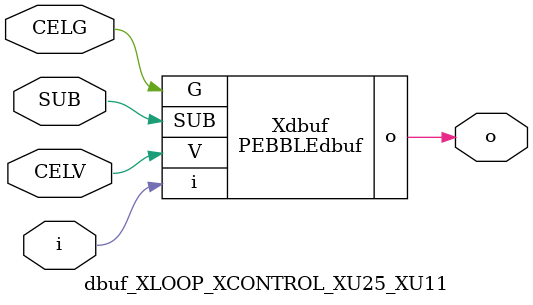
<source format=v>



module PEBBLEdbuf ( o, G, SUB, V, i );

  input V;
  input i;
  input G;
  output o;
  input SUB;
endmodule

//Celera Confidential Do Not Copy dbuf_XLOOP_XCONTROL_XU25_XU11
//Celera Confidential Symbol Generator
//Digital Buffer
module dbuf_XLOOP_XCONTROL_XU25_XU11 (CELV,CELG,i,o,SUB);
input CELV;
input CELG;
input i;
input SUB;
output o;

//Celera Confidential Do Not Copy dbuf
PEBBLEdbuf Xdbuf(
.V (CELV),
.i (i),
.o (o),
.SUB (SUB),
.G (CELG)
);
//,diesize,PEBBLEdbuf

//Celera Confidential Do Not Copy Module End
//Celera Schematic Generator
endmodule

</source>
